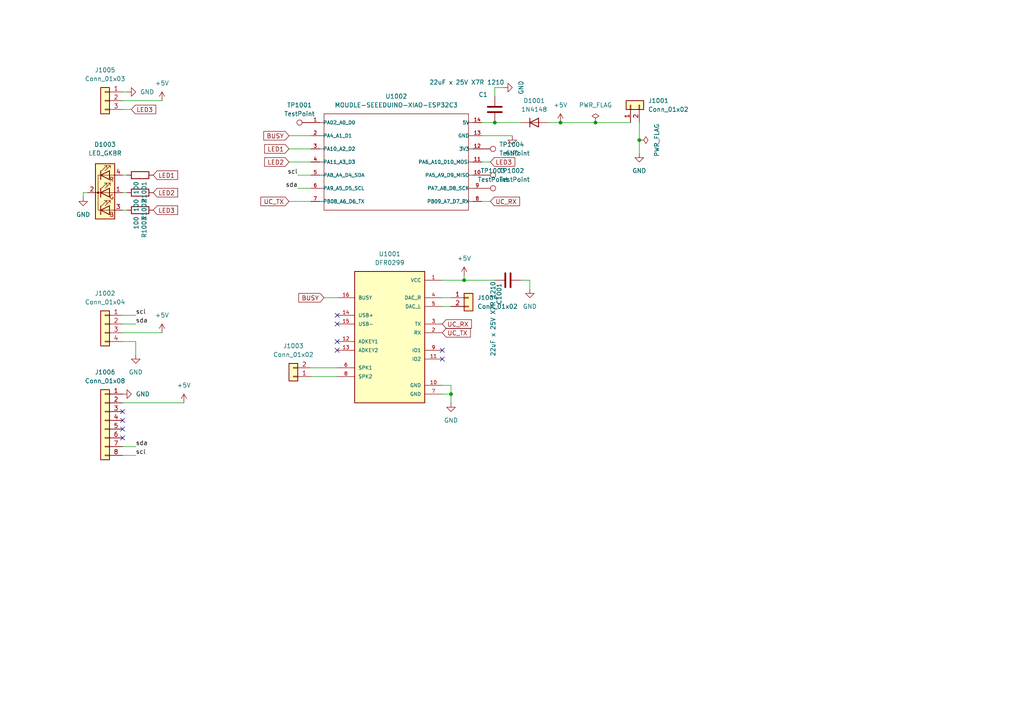
<source format=kicad_sch>
(kicad_sch (version 20231120) (generator "eeschema") (generator_version "8.0")
  (paper "A4")
  (lib_symbols
    (symbol "Connector:TestPoint" (pin_numbers hide) (pin_names (offset 0.762) hide)
      (property "Reference" "TP" (at 0 6.858 0))
      (property "Value" "TestPoint" (at 0 5.08 0))
      (symbol "TestPoint_0_1"
        (circle (center 0 3.302) (radius 0.762))
      )
      (symbol "TestPoint_1_1"
        (pin passive line (at 0 0 90) (length 2.54) (name "1") (number "1"))
      )
    )
    (symbol "Connector_Generic:Conn_01x02" (pin_names (offset 1.016) hide)
      (property "Reference" "J" (at 0 2.54 0))
      (property "Value" "Conn_01x02" (at 0 -5.08 0))
      (symbol "Conn_01x02_1_1"
        (rectangle (start -1.27 -2.413) (end 0 -2.667) (stroke (width 0.1524)))
        (rectangle (start -1.27 0.127) (end 0 -0.127) (stroke (width 0.1524)))
        (rectangle (start -1.27 1.27) (end 1.27 -3.81) (stroke (width 0.254)) (fill (type background)))
        (pin passive line (at -5.08 0 0) (length 3.81) (name "Pin_1") (number "1"))
        (pin passive line (at -5.08 -2.54 0) (length 3.81) (name "Pin_2") (number "2"))
      )
    )
    (symbol "Connector_Generic:Conn_01x03" (pin_names (offset 1.016) hide)
      (property "Reference" "J" (at 0 5.08 0))
      (property "Value" "Conn_01x03" (at 0 -5.08 0))
      (symbol "Conn_01x03_1_1"
        (rectangle (start -1.27 -2.413) (end 0 -2.667) (stroke (width 0.1524)))
        (rectangle (start -1.27 0.127) (end 0 -0.127) (stroke (width 0.1524)))
        (rectangle (start -1.27 2.667) (end 0 2.413) (stroke (width 0.1524)))
        (rectangle (start -1.27 3.81) (end 1.27 -3.81) (stroke (width 0.254)) (fill (type background)))
        (pin passive line (at -5.08 2.54 0) (length 3.81) (name "Pin_1") (number "1"))
        (pin passive line (at -5.08 0 0) (length 3.81) (name "Pin_2") (number "2"))
        (pin passive line (at -5.08 -2.54 0) (length 3.81) (name "Pin_3") (number "3"))
      )
    )
    (symbol "Connector_Generic:Conn_01x04" (pin_names (offset 1.016) hide)
      (property "Reference" "J" (at 0 5.08 0))
      (property "Value" "Conn_01x04" (at 0 -7.62 0))
      (symbol "Conn_01x04_1_1"
        (rectangle (start -1.27 -4.953) (end 0 -5.207) (stroke (width 0.1524)))
        (rectangle (start -1.27 -2.413) (end 0 -2.667) (stroke (width 0.1524)))
        (rectangle (start -1.27 0.127) (end 0 -0.127) (stroke (width 0.1524)))
        (rectangle (start -1.27 2.667) (end 0 2.413) (stroke (width 0.1524)))
        (rectangle (start -1.27 3.81) (end 1.27 -6.35) (stroke (width 0.254)) (fill (type background)))
        (pin passive line (at -5.08 2.54 0) (length 3.81) (name "Pin_1") (number "1"))
        (pin passive line (at -5.08 0 0) (length 3.81) (name "Pin_2") (number "2"))
        (pin passive line (at -5.08 -2.54 0) (length 3.81) (name "Pin_3") (number "3"))
        (pin passive line (at -5.08 -5.08 0) (length 3.81) (name "Pin_4") (number "4"))
      )
    )
    (symbol "Connector_Generic:Conn_01x08" (pin_names (offset 1.016) hide)
      (property "Reference" "J" (at 0 10.16 0))
      (property "Value" "Conn_01x08" (at 0 -12.7 0))
      (symbol "Conn_01x08_1_1"
        (rectangle (start -1.27 -10.033) (end 0 -10.287) (stroke (width 0.1524)))
        (rectangle (start -1.27 -7.493) (end 0 -7.747) (stroke (width 0.1524)))
        (rectangle (start -1.27 -4.953) (end 0 -5.207) (stroke (width 0.1524)))
        (rectangle (start -1.27 -2.413) (end 0 -2.667) (stroke (width 0.1524)))
        (rectangle (start -1.27 0.127) (end 0 -0.127) (stroke (width 0.1524)))
        (rectangle (start -1.27 2.667) (end 0 2.413) (stroke (width 0.1524)))
        (rectangle (start -1.27 5.207) (end 0 4.953) (stroke (width 0.1524)))
        (rectangle (start -1.27 7.747) (end 0 7.493) (stroke (width 0.1524)))
        (rectangle (start -1.27 8.89) (end 1.27 -11.43) (stroke (width 0.254)) (fill (type background)))
        (pin passive line (at -5.08 7.62 0) (length 3.81) (name "Pin_1") (number "1"))
        (pin passive line (at -5.08 5.08 0) (length 3.81) (name "Pin_2") (number "2"))
        (pin passive line (at -5.08 2.54 0) (length 3.81) (name "Pin_3") (number "3"))
        (pin passive line (at -5.08 0 0) (length 3.81) (name "Pin_4") (number "4"))
        (pin passive line (at -5.08 -2.54 0) (length 3.81) (name "Pin_5") (number "5"))
        (pin passive line (at -5.08 -5.08 0) (length 3.81) (name "Pin_6") (number "6"))
        (pin passive line (at -5.08 -7.62 0) (length 3.81) (name "Pin_7") (number "7"))
        (pin passive line (at -5.08 -10.16 0) (length 3.81) (name "Pin_8") (number "8"))
      )
    )
    (symbol "DFR0299:DFR0299" (pin_names (offset 1.016))
      (property "Reference" "U1001" (at 0 22.86 0))
      (property "Value" "DFR0299" (at 0 20.32 0))
      (symbol "DFR0299_0_0"
        (rectangle (start -10.16 -20.32) (end 10.16 17.78) (stroke (width 0.254)) (fill (type background)))
        (pin power_in line (at 15.24 15.24 180) (length 5.08) (name "VCC") (number "1"))
        (pin power_in line (at 15.24 -15.24 180) (length 5.08) (name "GND") (number "10"))
        (pin bidirectional line (at 15.24 -7.62 180) (length 5.08) (name "IO2") (number "11"))
        (pin input line (at -15.24 -2.54 0) (length 5.08) (name "ADKEY1") (number "12"))
        (pin input line (at -15.24 -5.08 0) (length 5.08) (name "ADKEY2") (number "13"))
        (pin input line (at -15.24 5.08 0) (length 5.08) (name "USB+") (number "14"))
        (pin input line (at -15.24 2.54 0) (length 5.08) (name "USB-") (number "15"))
        (pin input line (at -15.24 10.16 0) (length 5.08) (name "BUSY") (number "16"))
        (pin input line (at 15.24 0 180) (length 5.08) (name "RX") (number "2"))
        (pin output line (at 15.24 2.54 180) (length 5.08) (name "TX") (number "3"))
        (pin output line (at 15.24 10.16 180) (length 5.08) (name "DAC_R") (number "4"))
        (pin output line (at 15.24 7.62 180) (length 5.08) (name "DAC_L") (number "5"))
        (pin passive line (at -15.24 -10.16 0) (length 5.08) (name "SPK1") (number "6"))
        (pin power_in line (at 15.24 -17.78 180) (length 5.08) (name "GND") (number "7"))
        (pin passive line (at -15.24 -12.7 0) (length 5.08) (name "SPK2") (number "8"))
        (pin bidirectional line (at 15.24 -5.08 180) (length 5.08) (name "IO1") (number "9"))
      )
    )
    (symbol "Device:C" (pin_numbers hide) (pin_names (offset 0.254))
      (property "Reference" "C" (at 0.635 2.54 0))
      (property "Value" "C" (at 0.635 -2.54 0))
      (symbol "C_0_1"
        (polyline (pts (xy -2.032 -0.762) (xy 2.032 -0.762)) (stroke (width 0.508)))
        (polyline (pts (xy -2.032 0.762) (xy 2.032 0.762)) (stroke (width 0.508)))
      )
      (symbol "C_1_1"
        (pin passive line (at 0 3.81 270) (length 2.794) (name "~") (number "1"))
        (pin passive line (at 0 -3.81 90) (length 2.794) (name "~") (number "2"))
      )
    )
    (symbol "Device:LED_GKBR" (pin_names (offset 0) hide)
      (property "Reference" "D" (at 0 9.398 0))
      (property "Value" "LED_GKBR" (at 0 -8.89 0))
      (symbol "LED_GKBR_0_0"
        (text "B" (at 1.905 -6.35 0) (effects (font (size 1.27 1.27))))
        (text "G" (at 1.905 -1.27 0) (effects (font (size 1.27 1.27))))
        (text "R" (at 1.905 3.81 0) (effects (font (size 1.27 1.27))))
      )
      (symbol "LED_GKBR_0_1"
        (circle (center -2.032 0) (radius 0.254) (fill (type outline)))
        (polyline (pts (xy -1.27 -5.08) (xy 1.27 -5.08)))
        (polyline (pts (xy -1.27 -3.81) (xy -1.27 -6.35)) (stroke (width 0.254)))
        (polyline (pts (xy -1.27 0) (xy -2.54 0)))
        (polyline (pts (xy -1.27 1.27) (xy -1.27 -1.27)) (stroke (width 0.254)))
        (polyline (pts (xy -1.27 5.08) (xy 1.27 5.08)))
        (polyline (pts (xy -1.27 6.35) (xy -1.27 3.81)) (stroke (width 0.254)))
        (polyline (pts (xy 1.27 -5.08) (xy 2.54 -5.08)))
        (polyline (pts (xy 1.27 0) (xy -1.27 0)))
        (polyline (pts (xy 1.27 0) (xy 2.54 0)))
        (polyline (pts (xy 1.27 5.08) (xy 2.54 5.08)))
        (polyline (pts (xy -1.27 1.27) (xy -1.27 -1.27) (xy -1.27 -1.27)))
        (polyline (pts (xy -1.27 6.35) (xy -1.27 3.81) (xy -1.27 3.81)))
        (polyline (pts (xy -1.27 5.08) (xy -2.032 5.08) (xy -2.032 -5.08) (xy -1.016 -5.08)))
        (polyline (pts (xy 1.27 -3.81) (xy 1.27 -6.35) (xy -1.27 -5.08) (xy 1.27 -3.81)) (stroke (width 0.254)))
        (polyline (pts (xy 1.27 1.27) (xy 1.27 -1.27) (xy -1.27 0) (xy 1.27 1.27)) (stroke (width 0.254)))
        (polyline (pts (xy 1.27 6.35) (xy 1.27 3.81) (xy -1.27 5.08) (xy 1.27 6.35)) (stroke (width 0.254)))
        (polyline (pts (xy -1.016 -3.81) (xy 0.508 -2.286) (xy -0.254 -2.286) (xy 0.508 -2.286) (xy 0.508 -3.048)))
        (polyline (pts (xy -1.016 1.27) (xy 0.508 2.794) (xy -0.254 2.794) (xy 0.508 2.794) (xy 0.508 2.032)))
        (polyline (pts (xy -1.016 6.35) (xy 0.508 7.874) (xy -0.254 7.874) (xy 0.508 7.874) (xy 0.508 7.112)))
        (polyline (pts (xy 0 -3.81) (xy 1.524 -2.286) (xy 0.762 -2.286) (xy 1.524 -2.286) (xy 1.524 -3.048)))
        (polyline (pts (xy 0 1.27) (xy 1.524 2.794) (xy 0.762 2.794) (xy 1.524 2.794) (xy 1.524 2.032)))
        (polyline (pts (xy 0 6.35) (xy 1.524 7.874) (xy 0.762 7.874) (xy 1.524 7.874) (xy 1.524 7.112)))
        (rectangle (start 1.27 -1.27) (end 1.27 1.27))
        (rectangle (start 1.27 1.27) (end 1.27 1.27))
        (rectangle (start 1.27 3.81) (end 1.27 6.35))
        (rectangle (start 1.27 6.35) (end 1.27 6.35))
        (rectangle (start 2.794 8.382) (end -2.794 -7.62) (stroke (width 0.254)) (fill (type background)))
      )
      (symbol "LED_GKBR_1_1"
        (pin passive line (at 5.08 0 180) (length 2.54) (name "GA") (number "1"))
        (pin passive line (at -5.08 0 0) (length 2.54) (name "K") (number "2"))
        (pin passive line (at 5.08 -5.08 180) (length 2.54) (name "BA") (number "3"))
        (pin passive line (at 5.08 5.08 180) (length 2.54) (name "RA") (number "4"))
      )
    )
    (symbol "Device:R" (pin_numbers hide) (pin_names (offset 0))
      (property "Reference" "R" (at 2.032 0 90))
      (property "Value" "R" (at 0 0 90))
      (symbol "R_0_1"
        (rectangle (start -1.016 -2.54) (end 1.016 2.54) (stroke (width 0.254)))
      )
      (symbol "R_1_1"
        (pin passive line (at 0 3.81 270) (length 1.27) (name "~") (number "1"))
        (pin passive line (at 0 -3.81 90) (length 1.27) (name "~") (number "2"))
      )
    )
    (symbol "Diode:1N4148" (pin_numbers hide) (pin_names hide)
      (property "Reference" "D" (at 0 2.54 0))
      (property "Value" "1N4148" (at 0 -2.54 0))
      (symbol "1N4148_0_1"
        (polyline (pts (xy -1.27 1.27) (xy -1.27 -1.27)) (stroke (width 0.254)))
        (polyline (pts (xy 1.27 0) (xy -1.27 0)))
        (polyline (pts (xy 1.27 1.27) (xy 1.27 -1.27) (xy -1.27 0) (xy 1.27 1.27)) (stroke (width 0.254)))
      )
      (symbol "1N4148_1_1"
        (pin passive line (at -3.81 0 0) (length 2.54) (name "K") (number "1"))
        (pin passive line (at 3.81 0 180) (length 2.54) (name "A") (number "2"))
      )
    )
    (symbol "MOUDLE-SEEEDUINO-XIAO-ESP32C3:MOUDLE-SEEEDUINO-XIAO-ESP32C3" (pin_names (offset 1.016))
      (property "Reference" "U" (at -21.59 15.24 0))
      (property "Value" "MOUDLE-SEEEDUINO-XIAO-ESP32C3" (at -21.59 13.97 0))
      (symbol "MOUDLE-SEEEDUINO-XIAO-ESP32C3_0_0"
        (polyline (pts (xy -21.59 -13.97) (xy -21.59 0)) (stroke (width 0.1524)))
        (polyline (pts (xy -21.59 -11.43) (xy -22.86 -11.43)) (stroke (width 0.1524)))
        (polyline (pts (xy -21.59 -7.62) (xy -22.86 -7.62)) (stroke (width 0.1524)))
        (polyline (pts (xy -21.59 -3.81) (xy -22.86 -3.81)) (stroke (width 0.1524)))
        (polyline (pts (xy -21.59 0) (xy -22.86 0)) (stroke (width 0.1524)))
        (polyline (pts (xy -21.59 0) (xy -21.59 3.81)) (stroke (width 0.1524)))
        (polyline (pts (xy -21.59 3.81) (xy -22.86 3.81)) (stroke (width 0.1524)))
        (polyline (pts (xy -21.59 3.81) (xy -21.59 7.62)) (stroke (width 0.1524)))
        (polyline (pts (xy -21.59 7.62) (xy -22.86 7.62)) (stroke (width 0.1524)))
        (polyline (pts (xy -21.59 7.62) (xy -21.59 11.43)) (stroke (width 0.1524)))
        (polyline (pts (xy -21.59 11.43) (xy -22.86 11.43)) (stroke (width 0.1524)))
        (polyline (pts (xy -21.59 11.43) (xy -21.59 13.97)) (stroke (width 0.1524)))
        (polyline (pts (xy -21.59 13.97) (xy 20.32 13.97)) (stroke (width 0.1524)))
        (polyline (pts (xy 20.32 -13.97) (xy -21.59 -13.97)) (stroke (width 0.1524)))
        (polyline (pts (xy 20.32 3.81) (xy 20.32 -13.97)) (stroke (width 0.1524)))
        (polyline (pts (xy 20.32 7.62) (xy 20.32 3.81)) (stroke (width 0.1524)))
        (polyline (pts (xy 20.32 11.43) (xy 20.32 7.62)) (stroke (width 0.1524)))
        (polyline (pts (xy 20.32 13.97) (xy 20.32 11.43)) (stroke (width 0.1524)))
        (polyline (pts (xy 21.59 -11.43) (xy 20.32 -11.43)) (stroke (width 0.1524)))
        (polyline (pts (xy 21.59 -7.62) (xy 20.32 -7.62)) (stroke (width 0.1524)))
        (polyline (pts (xy 21.59 -3.81) (xy 20.32 -3.81)) (stroke (width 0.1524)))
        (polyline (pts (xy 21.59 0) (xy 20.32 0)) (stroke (width 0.1524)))
        (polyline (pts (xy 21.59 3.81) (xy 20.32 3.81)) (stroke (width 0.1524)))
        (polyline (pts (xy 21.59 7.62) (xy 20.32 7.62)) (stroke (width 0.1524)))
        (polyline (pts (xy 21.59 11.43) (xy 20.32 11.43)) (stroke (width 0.1524)))
        (pin bidirectional line (at -25.4 11.43 0) (length 2.54) (name "PA02_A0_D0") (number "1"))
        (pin bidirectional line (at 24.13 -3.81 180) (length 2.54) (name "PA5_A9_D9_MISO") (number "10"))
        (pin bidirectional line (at 24.13 0 180) (length 2.54) (name "PA6_A10_D10_MOSI") (number "11"))
        (pin bidirectional line (at 24.13 3.81 180) (length 2.54) (name "3V3") (number "12"))
        (pin bidirectional line (at 24.13 7.62 180) (length 2.54) (name "GND") (number "13"))
        (pin bidirectional line (at 24.13 11.43 180) (length 2.54) (name "5V") (number "14"))
        (pin bidirectional line (at -25.4 7.62 0) (length 2.54) (name "PA4_A1_D1") (number "2"))
        (pin bidirectional line (at -25.4 3.81 0) (length 2.54) (name "PA10_A2_D2") (number "3"))
        (pin bidirectional line (at -25.4 0 0) (length 2.54) (name "PA11_A3_D3") (number "4"))
        (pin bidirectional line (at -25.4 -3.81 0) (length 2.54) (name "PA8_A4_D4_SDA") (number "5"))
        (pin bidirectional line (at -25.4 -7.62 0) (length 2.54) (name "PA9_A5_D5_SCL") (number "6"))
        (pin bidirectional line (at -25.4 -11.43 0) (length 2.54) (name "PB08_A6_D6_TX") (number "7"))
        (pin bidirectional line (at 24.13 -11.43 180) (length 2.54) (name "PB09_A7_D7_RX") (number "8"))
        (pin bidirectional line (at 24.13 -7.62 180) (length 2.54) (name "PA7_A8_D8_SCK") (number "9"))
      )
    )
    (symbol "power:+5V" (power) (pin_names (offset 0))
      (property "Value" "+5V" (at 0 3.556 0))
      (symbol "+5V_0_1"
        (polyline (pts (xy -0.762 1.27) (xy 0 2.54)))
        (polyline (pts (xy 0 0) (xy 0 2.54)))
        (polyline (pts (xy 0 2.54) (xy 0.762 1.27)))
      )
      (symbol "+5V_1_1"
        (pin power_in line (at 0 0 90) (length 0) hide (name "+5V") (number "1"))
      )
    )
    (symbol "power:GND" (power) (pin_names (offset 0))
      (property "Value" "GND" (at 0 -3.81 0))
      (symbol "GND_0_1"
        (polyline (pts (xy 0 0) (xy 0 -1.27) (xy 1.27 -1.27) (xy 0 -2.54) (xy -1.27 -1.27) (xy 0 -1.27)))
      )
      (symbol "GND_1_1"
        (pin power_in line (at 0 0 270) (length 0) hide (name "GND") (number "1"))
      )
    )
    (symbol "power:PWR_FLAG" (power) (pin_numbers hide) (pin_names (offset 0) hide)
      (property "Value" "PWR_FLAG" (at 0 3.81 0))
      (symbol "PWR_FLAG_0_0"
        (pin power_out line (at 0 0 90) (length 0) (name "pwr") (number "1"))
      )
      (symbol "PWR_FLAG_0_1"
        (polyline (pts (xy 0 0) (xy 0 1.27) (xy -1.016 1.905) (xy 0 2.54) (xy 1.016 1.905) (xy 0 1.27)))
      )
    )
  )
  (junction (at 134.62 81.28))
  (junction (at 172.72 35.56))
  (junction (at 143.51 35.56))
  (junction (at 130.81 114.3))
  (junction (at 162.56 35.56))
  (junction (at 185.42 40.64))
  (no_connect (at 128.27 101.6))
  (no_connect (at 97.79 99.06))
  (no_connect (at 97.79 91.44))
  (no_connect (at 35.56 127))
  (no_connect (at 128.27 104.14))
  (no_connect (at 97.79 101.6))
  (no_connect (at 97.79 93.98))
  (no_connect (at 35.56 119.38))
  (no_connect (at 35.56 124.46))
  (no_connect (at 35.56 121.92))
  (wire (pts (xy 35.56 55.88) (xy 36.83 55.88)))
  (wire (pts (xy 83.82 43.18) (xy 90.17 43.18)))
  (wire (pts (xy 83.82 58.42) (xy 90.17 58.42)))
  (wire (pts (xy 153.67 83.82) (xy 153.67 81.28)))
  (wire (pts (xy 153.67 81.28) (xy 151.13 81.28)))
  (wire (pts (xy 90.17 50.8) (xy 86.36 50.8)))
  (wire (pts (xy 24.13 55.88) (xy 24.13 57.15)))
  (wire (pts (xy 39.37 99.06) (xy 39.37 102.87)))
  (wire (pts (xy 130.81 111.76) (xy 130.81 114.3)))
  (wire (pts (xy 83.82 39.37) (xy 90.17 39.37)))
  (wire (pts (xy 143.51 35.56) (xy 151.13 35.56)))
  (wire (pts (xy 128.27 114.3) (xy 130.81 114.3)))
  (wire (pts (xy 35.56 29.21) (xy 46.99 29.21)))
  (wire (pts (xy 128.27 81.28) (xy 134.62 81.28)))
  (wire (pts (xy 128.27 111.76) (xy 130.81 111.76)))
  (wire (pts (xy 158.75 35.56) (xy 162.56 35.56)))
  (wire (pts (xy 134.62 81.28) (xy 143.51 81.28)))
  (wire (pts (xy 35.56 26.67) (xy 36.83 26.67)))
  (wire (pts (xy 146.05 25.4) (xy 143.51 25.4)))
  (wire (pts (xy 90.17 109.22) (xy 97.79 109.22)))
  (wire (pts (xy 35.56 60.96) (xy 36.83 60.96)))
  (wire (pts (xy 139.7 35.56) (xy 143.51 35.56)))
  (wire (pts (xy 25.4 55.88) (xy 24.13 55.88)))
  (wire (pts (xy 35.56 132.08) (xy 39.37 132.08)))
  (wire (pts (xy 128.27 88.9) (xy 130.81 88.9)))
  (wire (pts (xy 35.56 116.84) (xy 53.34 116.84)))
  (wire (pts (xy 90.17 106.68) (xy 97.79 106.68)))
  (wire (pts (xy 35.56 96.52) (xy 46.99 96.52)))
  (wire (pts (xy 35.56 99.06) (xy 39.37 99.06)))
  (wire (pts (xy 130.81 114.3) (xy 130.81 116.84)))
  (wire (pts (xy 185.42 35.56) (xy 185.42 40.64)))
  (wire (pts (xy 35.56 50.8) (xy 36.83 50.8)))
  (wire (pts (xy 35.56 91.44) (xy 39.37 91.44)))
  (wire (pts (xy 83.82 46.99) (xy 90.17 46.99)))
  (wire (pts (xy 128.27 86.36) (xy 130.81 86.36)))
  (wire (pts (xy 35.56 31.75) (xy 38.1 31.75)))
  (wire (pts (xy 185.42 40.64) (xy 185.42 44.45)))
  (wire (pts (xy 35.56 129.54) (xy 39.37 129.54)))
  (wire (pts (xy 35.56 93.98) (xy 39.37 93.98)))
  (wire (pts (xy 134.62 80.01) (xy 134.62 81.28)))
  (wire (pts (xy 139.7 46.99) (xy 142.24 46.99)))
  (wire (pts (xy 172.72 35.56) (xy 182.88 35.56)))
  (wire (pts (xy 162.56 35.56) (xy 172.72 35.56)))
  (wire (pts (xy 90.17 54.61) (xy 86.36 54.61)))
  (wire (pts (xy 93.98 86.36) (xy 97.79 86.36)))
  (wire (pts (xy 139.7 39.37) (xy 148.59 39.37)))
  (wire (pts (xy 143.51 25.4) (xy 143.51 27.94)))
  (wire (pts (xy 139.7 58.42) (xy 142.24 58.42)))
  (label "sda" (at 86.36 54.61 180))
  (label "scl" (at 39.37 132.08 0))
  (label "sda" (at 39.37 93.98 0))
  (label "scl" (at 39.37 91.44 0))
  (label "sda" (at 39.37 129.54 0))
  (label "scl" (at 86.36 50.8 180))
  (global_label "LED3" (shape input) (at 38.1 31.75 0) (property "Intersheetrefs" "${INTERSHEET_REFS}" (effects (hide yes))))
  (global_label "UC_TX" (shape input) (at 128.27 96.52 0) (property "Intersheetrefs" "${INTERSHEET_REFS}" (effects (hide yes))))
  (global_label "LED1" (shape input) (at 83.82 43.18 180) (property "Intersheetrefs" "${INTERSHEET_REFS}" (effects (hide yes))))
  (global_label "LED2" (shape input) (at 44.45 55.88 0) (property "Intersheetrefs" "${INTERSHEET_REFS}" (effects (hide yes))))
  (global_label "BUSY" (shape input) (at 83.82 39.37 180) (property "Intersheetrefs" "${INTERSHEET_REFS}" (effects (hide yes))))
  (global_label "UC_RX" (shape input) (at 128.27 93.98 0) (property "Intersheetrefs" "${INTERSHEET_REFS}" (effects (hide yes))))
  (global_label "UC_RX" (shape input) (at 142.24 58.42 0) (property "Intersheetrefs" "${INTERSHEET_REFS}" (effects (hide yes))))
  (global_label "LED2" (shape input) (at 83.82 46.99 180) (property "Intersheetrefs" "${INTERSHEET_REFS}" (effects (hide yes))))
  (global_label "LED3" (shape input) (at 44.45 60.96 0) (property "Intersheetrefs" "${INTERSHEET_REFS}" (effects (hide yes))))
  (global_label "LED1" (shape input) (at 44.45 50.8 0) (property "Intersheetrefs" "${INTERSHEET_REFS}" (effects (hide yes))))
  (global_label "LED3" (shape input) (at 142.24 46.99 0) (property "Intersheetrefs" "${INTERSHEET_REFS}" (effects (hide yes))))
  (global_label "BUSY" (shape input) (at 93.98 86.36 180) (property "Intersheetrefs" "${INTERSHEET_REFS}" (effects (hide yes))))
  (global_label "UC_TX" (shape input) (at 83.82 58.42 180) (property "Intersheetrefs" "${INTERSHEET_REFS}" (effects (hide yes))))
  (symbol (lib_id "power:GND") (at 39.37 102.87 0) (unit 1)
    (property "Reference" "#PWR01007" (effects (hide yes)))
    (property "Value" "GND" (at 39.37 107.95 0))
  )
  (symbol (lib_id "power:GND") (at 185.42 44.45 0) (unit 1)
    (property "Reference" "#PWR01004" (effects (hide yes)))
    (property "Value" "GND" (at 185.42 49.53 0))
  )
  (symbol (lib_id "power:GND") (at 24.13 57.15 0) (unit 1)
    (property "Reference" "#PWR01001" (effects (hide yes)))
    (property "Value" "GND" (at 24.13 62.23 0))
  )
  (symbol (lib_id "Connector:TestPoint") (at 90.17 35.56 90) (unit 1)
    (property "Reference" "TP1001" (at 86.868 30.48 90))
    (property "Value" "TestPoint" (at 86.868 33.02 90))
    (property "Footprint" "TestPoint:TestPoint_Pad_3.0x3.0mm" (effects (hide yes)))
    (property "Description" "test point" (effects (hide yes)))
  )
  (symbol (lib_id "Connector:TestPoint") (at 139.7 50.8 270) (unit 1)
    (property "Reference" "TP1002" (at 144.78 49.5299 90) (effects (justify left)))
    (property "Value" "TestPoint" (at 144.78 52.0699 90) (effects (justify left)))
    (property "Footprint" "TestPoint:TestPoint_Pad_3.0x3.0mm" (effects (hide yes)))
    (property "Description" "test point" (effects (hide yes)))
  )
  (symbol (lib_id "power:GND") (at 36.83 26.67 90) (unit 1)
    (property "Reference" "#PWR01011" (effects (hide yes)))
    (property "Value" "GND" (at 40.64 26.6699 90) (effects (justify right)))
  )
  (symbol (lib_id "power:GND") (at 153.67 83.82 0) (unit 1)
    (property "Reference" "#PWR01005" (effects (hide yes)))
    (property "Value" "GND" (at 153.67 88.9 0))
  )
  (symbol (lib_id "power:+5V") (at 46.99 96.52 0) (unit 1)
    (property "Reference" "#PWR01006" (effects (hide yes)))
    (property "Value" "+5V" (at 46.99 91.44 0))
  )
  (symbol (lib_id "power:+5V") (at 162.56 35.56 0) (unit 1)
    (property "Reference" "#PWR01008" (effects (hide yes)))
    (property "Value" "+5V" (at 162.56 30.48 0))
  )
  (symbol (lib_id "power:PWR_FLAG") (at 172.72 35.56 0) (unit 1)
    (property "Reference" "#FLG01001" (effects (hide yes)))
    (property "Value" "PWR_FLAG" (at 172.72 30.48 0))
  )
  (symbol (lib_id "power:GND") (at 146.05 25.4 90) (unit 1)
    (property "Reference" "#PWR01" (effects (hide yes)))
    (property "Value" "GND" (at 151.13 25.4 0))
  )
  (symbol (lib_id "Diode:1N4148") (at 154.94 35.56 0) (unit 1)
    (property "Reference" "D1001" (at 154.94 29.21 0))
    (property "Value" "1N4148" (at 154.94 31.75 0))
    (property "Footprint" "Diode_THT:D_DO-35_SOD27_P7.62mm_Horizontal" (effects (hide yes)))
    (property "Datasheet" "https://assets.nexperia.com/documents/data-sheet/1N4148_1N4448.pdf" (effects (hide yes)))
    (property "Description" "100V 0.15A standard switching diode, DO-35" (effects (hide yes)))
    (property "Sim.Device" "D" (effects (hide yes)))
    (property "Sim.Pins" "1=K 2=A" (effects (hide yes)))
  )
  (symbol (lib_id "Connector_Generic:Conn_01x04") (at 30.48 93.98 0) (mirror y) (unit 1)
    (property "Reference" "J1002" (at 30.48 85.09 0))
    (property "Value" "Conn_01x04" (at 30.48 87.63 0))
    (property "Footprint" "Connector_PinHeader_2.54mm:PinHeader_1x04_P2.54mm_Vertical" (effects (hide yes)))
  )
  (symbol (lib_id "power:+5V") (at 53.34 116.84 0) (unit 1)
    (property "Reference" "#PWR01012" (effects (hide yes)))
    (property "Value" "+5V" (at 53.34 111.76 0))
  )
  (symbol (lib_id "Connector:TestPoint") (at 139.7 54.61 270) (mirror x) (unit 1)
    (property "Reference" "TP1003" (at 143.002 49.53 90))
    (property "Value" "TestPoint" (at 143.002 52.07 90))
    (property "Footprint" "TestPoint:TestPoint_Pad_3.0x3.0mm" (effects (hide yes)))
    (property "Description" "test point" (effects (hide yes)))
  )
  (symbol (lib_id "power:PWR_FLAG") (at 185.42 40.64 270) (unit 1)
    (property "Reference" "#FLG01002" (effects (hide yes)))
    (property "Value" "PWR_FLAG" (at 190.5 40.64 0))
  )
  (symbol (lib_id "power:+5V") (at 134.62 80.01 0) (unit 1)
    (property "Reference" "#PWR01010" (effects (hide yes)))
    (property "Value" "+5V" (at 134.62 74.93 0))
  )
  (symbol (lib_id "Connector_Generic:Conn_01x02") (at 182.88 30.48 90) (unit 1)
    (property "Reference" "J1001" (at 187.96 29.2099 90) (effects (justify right)))
    (property "Value" "Conn_01x02" (at 187.96 31.7499 90) (effects (justify right)))
    (property "Footprint" "Connector_Phoenix_MC:PhoenixContact_MCV_1,5_2-G-3.81_1x02_P3.81mm_Vertical" (effects (hide yes)))
  )
  (symbol (lib_id "Connector_Generic:Conn_01x08") (at 30.48 121.92 0) (mirror y) (unit 1)
    (property "Reference" "J1006" (at 30.48 107.95 0))
    (property "Value" "Conn_01x08" (at 30.48 110.49 0))
    (property "Footprint" "Connector_PinHeader_2.54mm:PinHeader_1x08_P2.54mm_Vertical" (effects (hide yes)))
    (property "Description" "Generic connector, single row, 01x08, script generated (kicad-library-utils/schlib/autogen/connector/)" (effects (hide yes)))
  )
  (symbol (lib_id "MOUDLE-SEEEDUINO-XIAO-ESP32C3:MOUDLE-SEEEDUINO-XIAO-ESP32C3") (at 115.57 46.99 0) (unit 1)
    (property "Reference" "U1002" (at 114.935 27.94 0))
    (property "Value" "MOUDLE-SEEEDUINO-XIAO-ESP32C3" (at 114.935 30.48 0))
    (property "Footprint" "footprints_esp:XIAO-Generic-Hybrid-14P-2.54-21X17.8MM" (effects (hide yes)))
  )
  (symbol (lib_id "Connector_Generic:Conn_01x02") (at 85.09 109.22 180) (unit 1)
    (property "Reference" "J1003" (at 85.09 100.33 0))
    (property "Value" "Conn_01x02" (at 85.09 102.87 0))
    (property "Footprint" "TerminalBlock:TerminalBlock_bornier-2_P5.08mm" (effects (hide yes)))
  )
  (symbol (lib_id "Device:C") (at 147.32 81.28 90) (unit 1)
    (property "Reference" "C1001" (at 144.78 88.392 0) (effects (justify left)))
    (property "Value" "22uF x 25V X7R 1210" (at 143.002 103.378 0) (effects (justify left)))
    (property "Footprint" "Capacitor_THT:C_Rect_L4.0mm_W2.5mm_P2.50mm" (effects (hide yes)))
    (property "Digikey Code" "1276-3392-1-ND" (effects (hide yes)))
    (property "Codigo fabricante" "CL32B226KAJNNNE" (effects (hide yes)))
  )
  (symbol (lib_id "power:GND") (at 35.56 114.3 90) (unit 1)
    (property "Reference" "#PWR01013" (effects (hide yes)))
    (property "Value" "GND" (at 39.37 114.2999 90) (effects (justify right)))
  )
  (symbol (lib_id "Connector_Generic:Conn_01x02") (at 135.89 86.36 0) (unit 1)
    (property "Reference" "J1004" (at 138.43 86.3599 0) (effects (justify left)))
    (property "Value" "Conn_01x02" (at 138.43 88.8999 0) (effects (justify left)))
    (property "Footprint" "TerminalBlock:TerminalBlock_bornier-2_P5.08mm" (effects (hide yes)))
  )
  (symbol (lib_id "power:+5V") (at 46.99 29.21 0) (unit 1)
    (property "Reference" "#PWR01009" (effects (hide yes)))
    (property "Value" "+5V" (at 46.99 24.13 0))
  )
  (symbol (lib_id "Device:LED_GKBR") (at 30.48 55.88 0) (unit 1)
    (property "Reference" "D1003" (at 30.48 41.91 0))
    (property "Value" "LED_GKBR" (at 30.48 44.45 0))
    (property "Footprint" "LED_THT:LED_D5.0mm-4_RGB_Wide_Pins" (effects (hide yes)))
    (property "Description" "RGB LED, green/cathode/blue/red" (effects (hide yes)))
  )
  (symbol (lib_id "Connector_Generic:Conn_01x03") (at 30.48 29.21 0) (mirror y) (unit 1)
    (property "Reference" "J1005" (at 30.48 20.32 0))
    (property "Value" "Conn_01x03" (at 30.48 22.86 0))
    (property "Footprint" "Connector_PinHeader_2.54mm:PinHeader_1x03_P2.54mm_Vertical" (effects (hide yes)))
    (property "Description" "Generic connector, single row, 01x03, script generated (kicad-library-utils/schlib/autogen/connector/)" (effects (hide yes)))
  )
  (symbol (lib_id "Connector:TestPoint") (at 139.7 43.18 270) (unit 1)
    (property "Reference" "TP1004" (at 144.78 41.9099 90) (effects (justify left)))
    (property "Value" "TestPoint" (at 144.78 44.4499 90) (effects (justify left)))
    (property "Footprint" "TestPoint:TestPoint_Pad_3.0x3.0mm" (effects (hide yes)))
    (property "Description" "test point" (effects (hide yes)))
  )
  (symbol (lib_id "Device:C") (at 143.51 31.75 180) (unit 1)
    (property "Reference" "C1" (at 141.478 27.432 0) (effects (justify left)))
    (property "Value" "22uF x 25V X7R 1210" (at 146.304 23.876 0) (effects (justify left)))
    (property "Footprint" "Capacitor_THT:C_Rect_L4.0mm_W2.5mm_P2.50mm" (effects (hide yes)))
    (property "Digikey Code" "1276-3392-1-ND" (effects (hide yes)))
    (property "Codigo fabricante" "CL32B226KAJNNNE" (effects (hide yes)))
  )
  (symbol (lib_id "Device:R") (at 40.64 50.8 270) (unit 1)
    (property "Reference" "R1001" (at 41.8084 52.578 0) (effects (justify left)))
    (property "Value" "100" (at 39.497 52.578 0) (effects (justify left)))
    (property "Footprint" "Resistor_SMD:R_0603_1608Metric" (effects (hide yes)))
    (property "Digikey Code" "2019-RK73H1JRTTD2200FCT-ND" (effects (hide yes)))
  )
  (symbol (lib_id "power:GND") (at 148.59 39.37 0) (unit 1)
    (property "Reference" "#PWR01003" (effects (hide yes)))
    (property "Value" "GND" (at 148.59 44.45 0))
  )
  (symbol (lib_id "Device:R") (at 40.64 60.96 270) (unit 1)
    (property "Reference" "R1003" (at 41.8084 62.738 0) (effects (justify left)))
    (property "Value" "100" (at 39.497 62.738 0) (effects (justify left)))
    (property "Footprint" "Resistor_SMD:R_0603_1608Metric" (effects (hide yes)))
    (property "Digikey Code" "2019-RK73H1JRTTD2200FCT-ND" (effects (hide yes)))
  )
  (symbol (lib_id "power:GND") (at 130.81 116.84 0) (unit 1)
    (property "Reference" "#PWR01002" (effects (hide yes)))
    (property "Value" "GND" (at 130.81 121.92 0))
  )
  (symbol (lib_id "DFR0299:DFR0299") (at 113.03 96.52 0) (unit 1)
    (property "Reference" "U1001" (at 113.03 73.66 0))
    (property "Value" "DFR0299" (at 113.03 76.2 0))
    (property "Footprint" "DFR0299:MODULE_DFR0299" (effects (hide yes)))
    (property "MF" "DFRobot" (effects (hide yes)))
    (property "DESCRIPTION" "Dfplayer - a Mini Mp3 Player" (effects (hide yes)))
    (property "PACKAGE" "None" (effects (hide yes)))
    (property "PRICE" "None" (effects (hide yes)))
    (property "Package" "None" (effects (hide yes)))
    (property "Check_prices" "https://www.snapeda.com/parts/DFR0299/DFRobot/view-part/?ref=eda" (effects (hide yes)))
    (property "Price" "None" (effects (hide yes)))
    (property "SnapEDA_Link" "https://www.snapeda.com/parts/DFR0299/DFRobot/view-part/?ref=snap" (effects (hide yes)))
    (property "MP" "DFR0299" (effects (hide yes)))
    (property "Availability" "In Stock" (effects (hide yes)))
    (property "AVAILABILITY" "Unavailable" (effects (hide yes)))
    (property "Description_1" "\n- MP3 Player Audio Arduino Platform Evaluation Expansion Board\n" (effects (hide yes)))
  )
  (symbol (lib_id "Device:R") (at 40.64 55.88 270) (unit 1)
    (property "Reference" "R1002" (at 41.8084 57.658 0) (effects (justify left)))
    (property "Value" "100" (at 39.497 57.658 0) (effects (justify left)))
    (property "Footprint" "Resistor_SMD:R_0603_1608Metric" (effects (hide yes)))
    (property "Digikey Code" "2019-RK73H1JRTTD2200FCT-ND" (effects (hide yes)))
  )
)
</source>
